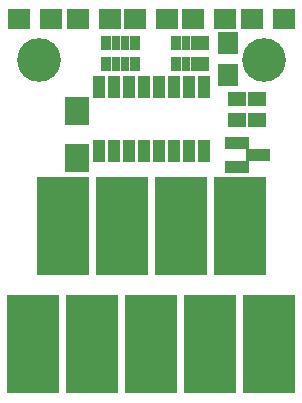
<source format=gbr>
G04 #@! TF.FileFunction,Soldermask,Top*
%FSLAX46Y46*%
G04 Gerber Fmt 4.6, Leading zero omitted, Abs format (unit mm)*
G04 Created by KiCad (PCBNEW 4.0.4-stable) date Sunday, February 04, 2018 'PMt' 04:47:57 PM*
%MOMM*%
%LPD*%
G01*
G04 APERTURE LIST*
%ADD10C,0.100000*%
%ADD11R,1.900000X1.700000*%
%ADD12R,1.700000X1.900000*%
%ADD13R,2.150000X1.000000*%
%ADD14R,0.900000X1.200000*%
%ADD15R,0.800000X1.200000*%
%ADD16R,1.000000X1.900000*%
%ADD17R,2.000000X2.400000*%
%ADD18R,4.400000X8.400000*%
%ADD19C,3.700000*%
G04 APERTURE END LIST*
D10*
D11*
X88800000Y-96500000D03*
X91500000Y-96500000D03*
X93800000Y-96500000D03*
X96500000Y-96500000D03*
X101350000Y-96500000D03*
X98650000Y-96500000D03*
X106200000Y-96500000D03*
X103500000Y-96500000D03*
X111200000Y-96500000D03*
X108500000Y-96500000D03*
D12*
X106500000Y-101250000D03*
X106500000Y-98550000D03*
D13*
X107250000Y-107000000D03*
X107250000Y-109000000D03*
X109000000Y-108000000D03*
D14*
X109300000Y-103250000D03*
D15*
X107700000Y-103250000D03*
X108500000Y-103250000D03*
D14*
X106900000Y-103250000D03*
D15*
X108500000Y-105050000D03*
D14*
X109300000Y-105050000D03*
D15*
X107700000Y-105050000D03*
D14*
X106900000Y-105050000D03*
X96200000Y-100300000D03*
D15*
X97800000Y-100300000D03*
X97000000Y-100300000D03*
D14*
X98600000Y-100300000D03*
D15*
X97000000Y-98500000D03*
D14*
X96200000Y-98500000D03*
D15*
X97800000Y-98500000D03*
D14*
X98600000Y-98500000D03*
X102100000Y-100300000D03*
D15*
X103700000Y-100300000D03*
X102900000Y-100300000D03*
D14*
X104500000Y-100300000D03*
D15*
X102900000Y-98500000D03*
D14*
X102100000Y-98500000D03*
D15*
X103700000Y-98500000D03*
D14*
X104500000Y-98500000D03*
D16*
X95555000Y-107700000D03*
X96825000Y-107700000D03*
X98095000Y-107700000D03*
X99365000Y-107700000D03*
X100635000Y-107700000D03*
X101905000Y-107700000D03*
X103175000Y-107700000D03*
X104445000Y-107700000D03*
X104445000Y-102300000D03*
X103175000Y-102300000D03*
X101905000Y-102300000D03*
X100635000Y-102300000D03*
X99365000Y-102300000D03*
X98095000Y-102300000D03*
X96825000Y-102300000D03*
X95555000Y-102300000D03*
D17*
X93750000Y-108250000D03*
X93750000Y-104250000D03*
D18*
X95000000Y-124000000D03*
X105000000Y-124000000D03*
X100000000Y-124000000D03*
X107500000Y-114000000D03*
X92500000Y-114000000D03*
X97500000Y-114000000D03*
X102500000Y-114000000D03*
X90000000Y-124000000D03*
X110000000Y-124000000D03*
D19*
X109525000Y-100000000D03*
X90475000Y-100000000D03*
M02*

</source>
